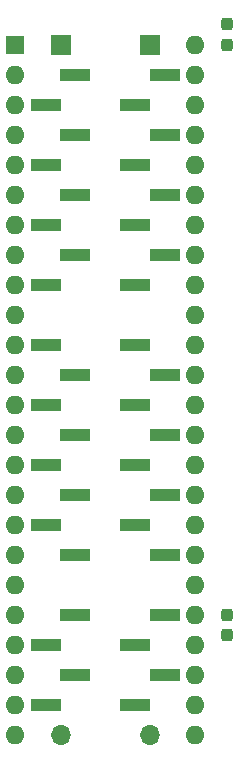
<source format=gbr>
G04 #@! TF.GenerationSoftware,KiCad,Pcbnew,9.0.6-9.0.6~ubuntu25.10.1*
G04 #@! TF.CreationDate,2025-12-24T18:24:09+09:00*
G04 #@! TF.ProjectId,bionic-ns32016,62696f6e-6963-42d6-9e73-33323031362e,2*
G04 #@! TF.SameCoordinates,Original*
G04 #@! TF.FileFunction,Soldermask,Bot*
G04 #@! TF.FilePolarity,Negative*
%FSLAX46Y46*%
G04 Gerber Fmt 4.6, Leading zero omitted, Abs format (unit mm)*
G04 Created by KiCad (PCBNEW 9.0.6-9.0.6~ubuntu25.10.1) date 2025-12-24 18:24:09*
%MOMM*%
%LPD*%
G01*
G04 APERTURE LIST*
G04 Aperture macros list*
%AMRoundRect*
0 Rectangle with rounded corners*
0 $1 Rounding radius*
0 $2 $3 $4 $5 $6 $7 $8 $9 X,Y pos of 4 corners*
0 Add a 4 corners polygon primitive as box body*
4,1,4,$2,$3,$4,$5,$6,$7,$8,$9,$2,$3,0*
0 Add four circle primitives for the rounded corners*
1,1,$1+$1,$2,$3*
1,1,$1+$1,$4,$5*
1,1,$1+$1,$6,$7*
1,1,$1+$1,$8,$9*
0 Add four rect primitives between the rounded corners*
20,1,$1+$1,$2,$3,$4,$5,0*
20,1,$1+$1,$4,$5,$6,$7,0*
20,1,$1+$1,$6,$7,$8,$9,0*
20,1,$1+$1,$8,$9,$2,$3,0*%
G04 Aperture macros list end*
%ADD10R,1.600000X1.600000*%
%ADD11O,1.600000X1.600000*%
%ADD12O,1.700000X1.700000*%
%ADD13R,2.510000X1.000000*%
%ADD14R,1.700000X1.700000*%
%ADD15RoundRect,0.237500X-0.237500X0.300000X-0.237500X-0.300000X0.237500X-0.300000X0.237500X0.300000X0*%
%ADD16RoundRect,0.237500X0.237500X-0.300000X0.237500X0.300000X-0.237500X0.300000X-0.237500X-0.300000X0*%
G04 APERTURE END LIST*
D10*
X106080000Y-75080000D03*
D11*
X106080000Y-77620000D03*
X106080000Y-80160000D03*
X106080000Y-82700000D03*
X106080000Y-85240000D03*
X106080000Y-87780000D03*
X106080000Y-90320000D03*
X106080000Y-92860000D03*
X106080000Y-95400000D03*
X106080000Y-97940000D03*
X106080000Y-100480000D03*
X106080000Y-103020000D03*
X106080000Y-105560000D03*
X106080000Y-108100000D03*
X106080000Y-110640000D03*
X106080000Y-113180000D03*
X106080000Y-115720000D03*
X106080000Y-118260000D03*
X106080000Y-120800000D03*
X106080000Y-123340000D03*
X106080000Y-125880000D03*
X106080000Y-128420000D03*
X106080000Y-130960000D03*
X106080000Y-133500000D03*
X121320000Y-133500000D03*
X121320000Y-130960000D03*
X121320000Y-128420000D03*
X121320000Y-125880000D03*
X121320000Y-123340000D03*
X121320000Y-120800000D03*
X121320000Y-118260000D03*
X121320000Y-115720000D03*
X121320000Y-113180000D03*
X121320000Y-110640000D03*
X121320000Y-108100000D03*
X121320000Y-105560000D03*
X121320000Y-103020000D03*
X121320000Y-100480000D03*
X121320000Y-97940000D03*
X121320000Y-95400000D03*
X121320000Y-92860000D03*
X121320000Y-90320000D03*
X121320000Y-87780000D03*
X121320000Y-85240000D03*
X121320000Y-82700000D03*
X121320000Y-80160000D03*
X121320000Y-77620000D03*
X121320000Y-75080000D03*
D12*
X117489200Y-133500000D03*
D13*
X116244600Y-130960000D03*
X118733800Y-128420000D03*
X116244600Y-125880000D03*
X118733800Y-123340000D03*
X118733800Y-118260000D03*
X116244600Y-115720000D03*
X118733800Y-113180000D03*
X116244600Y-110640000D03*
X118733800Y-108100000D03*
X116244600Y-105560000D03*
X118733800Y-103020000D03*
X116244600Y-100480000D03*
X116244600Y-95400000D03*
X118733800Y-92860000D03*
X116244600Y-90320000D03*
X118733800Y-87780000D03*
X116244600Y-85240000D03*
X118733800Y-82700000D03*
X116244600Y-80160000D03*
X118733800Y-77620000D03*
D14*
X117489200Y-75080000D03*
D15*
X123987000Y-123340000D03*
X123987000Y-125065000D03*
D16*
X123987000Y-75080000D03*
X123987000Y-73355000D03*
D14*
X109936200Y-75080000D03*
D13*
X111180800Y-77620000D03*
X108691600Y-80160000D03*
X111180800Y-82700000D03*
X108691600Y-85240000D03*
X111180800Y-87780000D03*
X108691600Y-90320000D03*
X111180800Y-92860000D03*
X108691600Y-95400000D03*
X108691600Y-100480000D03*
X111180800Y-103020000D03*
X108691600Y-105560000D03*
X111180800Y-108100000D03*
X108691600Y-110640000D03*
X111180800Y-113180000D03*
X108691600Y-115720000D03*
X111180800Y-118260000D03*
X111180800Y-123340000D03*
X108691600Y-125880000D03*
X111180800Y-128420000D03*
X108691600Y-130960000D03*
D12*
X109936200Y-133500000D03*
M02*

</source>
